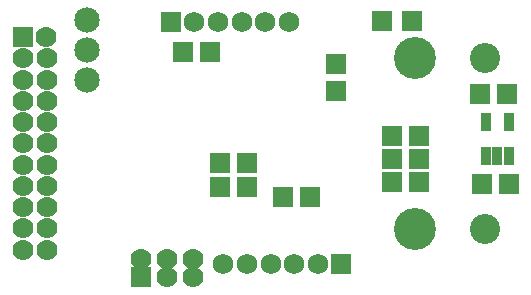
<source format=gbr>
%FSLAX23Y23*%
%MOMM*%
G04 EasyPC Gerber Version 16.0.6 Build 3249 *
%ADD75R,0.95400X1.55400*%
%ADD74R,1.65100X1.77800*%
%ADD77R,1.75400X1.75400*%
%ADD27R,1.77800X1.77800*%
%ADD73R,1.77800X1.77800*%
%ADD78C,1.75400*%
%ADD26C,1.77800*%
%ADD99C,2.15400*%
%ADD29C,2.55400*%
%ADD28C,3.55400*%
%ADD72R,1.77800X1.65100*%
X0Y0D02*
D02*
D26*
X2213Y15437D03*
Y17237D03*
Y19037D03*
Y20837D03*
Y22637D03*
Y24437D03*
Y26237D03*
Y28037D03*
Y29837D03*
Y31637D03*
X4184Y33467D03*
X4204Y31667D03*
X4214Y15437D03*
Y17237D03*
Y19037D03*
Y20837D03*
Y22637D03*
Y24437D03*
Y26237D03*
Y28037D03*
Y29837D03*
X12164Y14687D03*
X14364Y13087D03*
Y14687D03*
X16564Y13087D03*
Y14687D03*
D02*
D27*
X2213Y33437D03*
D02*
D28*
X35414Y17187D03*
Y31687D03*
D02*
D29*
X41339Y17187D03*
Y31687D03*
D02*
D72*
X15720Y32137D03*
X18007D03*
X18870Y20787D03*
Y22737D03*
X21157Y20787D03*
Y22737D03*
X24221Y19887D03*
X26507D03*
X33471Y21187D03*
Y23137D03*
Y25087D03*
X35757Y21187D03*
Y23137D03*
Y25087D03*
X40921Y28637D03*
X41021Y21037D03*
X43207Y28637D03*
X43307Y21037D03*
D02*
D73*
X32574Y34787D03*
X35114D03*
D02*
D74*
X28714Y28844D03*
Y31130D03*
D02*
D75*
X41414Y23337D03*
Y26237D03*
X42364Y23337D03*
X43314D03*
Y26237D03*
D02*
D77*
X12164Y13087D03*
X14714Y34737D03*
X29164Y14237D03*
D02*
D78*
X16714Y34737D03*
X18714D03*
X19164Y14237D03*
X20714Y34737D03*
X21164Y14237D03*
X22714Y34737D03*
X23164Y14237D03*
X24714Y34737D03*
X25164Y14237D03*
X27164D03*
D02*
D99*
X7614Y29847D03*
Y32387D03*
Y34927D03*
X0Y0D02*
M02*

</source>
